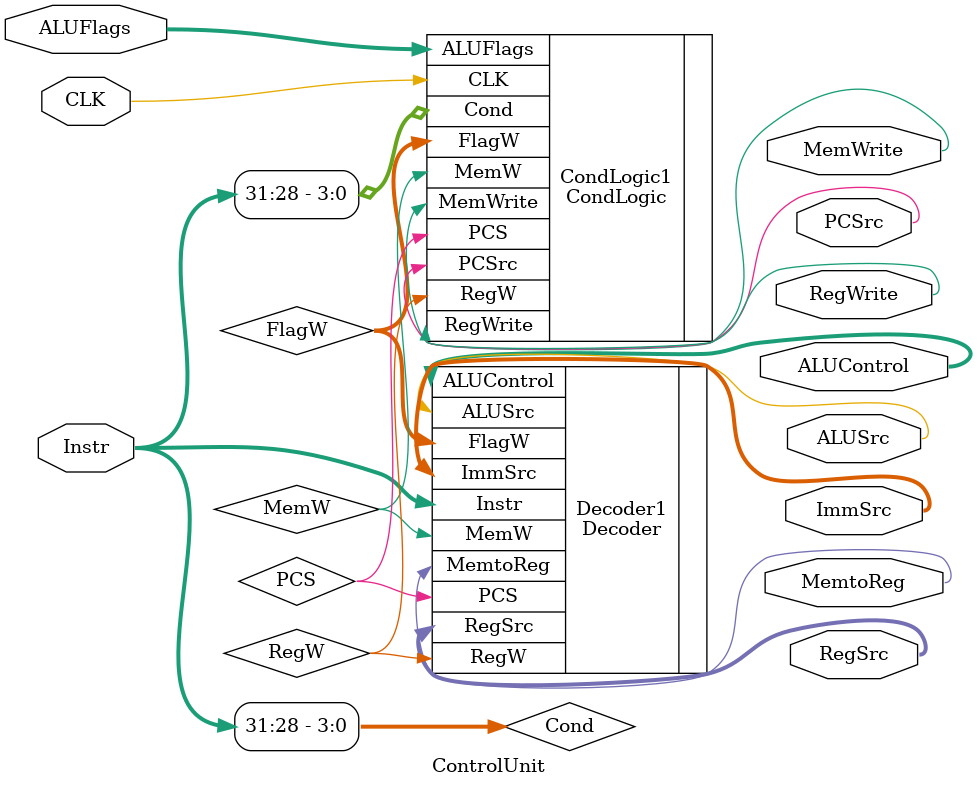
<source format=v>
module ControlUnit(
    input [31:0] Instr,
    input [3:0]  ALUFlags,
    input        CLK,
    output       MemtoReg,
    output       MemWrite,
    output       ALUSrc,
    output [1:0] ImmSrc,
    output       RegWrite,
    output [1:0] RegSrc,
    output [1:0] ALUControl,
    output       PCSrc
    );
    wire [3:0] Cond = Instr[31:28];
    wire       PCS, RegW, MemW;
    wire [1:0] FlagW;

    CondLogic CondLogic1(
        .CLK      (CLK),
        .PCS      (PCS),
        .RegW     (RegW),
        .MemW     (MemW),
        .FlagW    (FlagW),
        .Cond     (Cond),
        .ALUFlags (ALUFlags),
        .PCSrc    (PCSrc),
        .RegWrite (RegWrite),
        .MemWrite (MemWrite)
    );

    Decoder Decoder1(
        .Instr      (Instr),
        .PCS        (PCS),
        .RegW       (RegW),
        .MemW       (MemW),
        .MemtoReg   (MemtoReg),
        .ALUSrc     (ALUSrc),
        .ImmSrc     (ImmSrc),
        .RegSrc     (RegSrc),
        .ALUControl (ALUControl),
        .FlagW      (FlagW)
    );
endmodule
</source>
